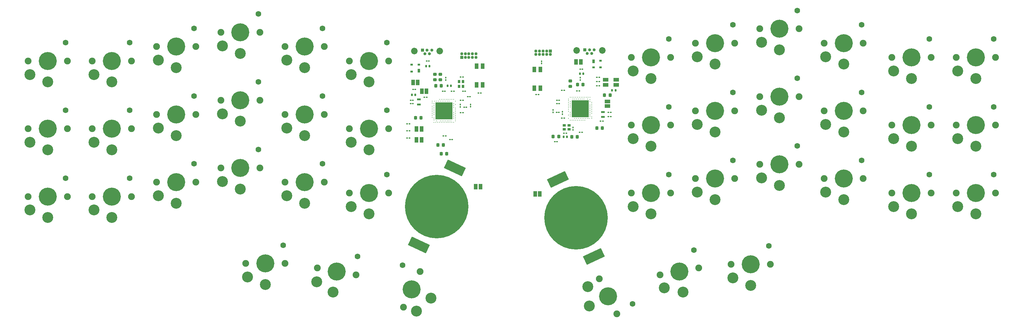
<source format=gbr>
%TF.GenerationSoftware,KiCad,Pcbnew,(6.0.9)*%
%TF.CreationDate,2023-05-23T13:43:03-07:00*%
%TF.ProjectId,Keycad_fun,4b657963-6164-45f6-9675-6e2e6b696361,rev?*%
%TF.SameCoordinates,Original*%
%TF.FileFunction,Soldermask,Top*%
%TF.FilePolarity,Negative*%
%FSLAX46Y46*%
G04 Gerber Fmt 4.6, Leading zero omitted, Abs format (unit mm)*
G04 Created by KiCad (PCBNEW (6.0.9)) date 2023-05-23 13:43:03*
%MOMM*%
%LPD*%
G01*
G04 APERTURE LIST*
G04 Aperture macros list*
%AMRoundRect*
0 Rectangle with rounded corners*
0 $1 Rounding radius*
0 $2 $3 $4 $5 $6 $7 $8 $9 X,Y pos of 4 corners*
0 Add a 4 corners polygon primitive as box body*
4,1,4,$2,$3,$4,$5,$6,$7,$8,$9,$2,$3,0*
0 Add four circle primitives for the rounded corners*
1,1,$1+$1,$2,$3*
1,1,$1+$1,$4,$5*
1,1,$1+$1,$6,$7*
1,1,$1+$1,$8,$9*
0 Add four rect primitives between the rounded corners*
20,1,$1+$1,$2,$3,$4,$5,0*
20,1,$1+$1,$4,$5,$6,$7,0*
20,1,$1+$1,$6,$7,$8,$9,0*
20,1,$1+$1,$8,$9,$2,$3,0*%
%AMRotRect*
0 Rectangle, with rotation*
0 The origin of the aperture is its center*
0 $1 length*
0 $2 width*
0 $3 Rotation angle, in degrees counterclockwise*
0 Add horizontal line*
21,1,$1,$2,0,0,$3*%
G04 Aperture macros list end*
%ADD10RotRect,2.600000X5.560000X65.000000*%
%ADD11C,17.800000*%
%ADD12RotRect,2.600000X5.560000X295.000000*%
%ADD13RoundRect,0.225000X0.250000X-0.225000X0.250000X0.225000X-0.250000X0.225000X-0.250000X-0.225000X0*%
%ADD14RoundRect,0.100000X-0.130000X-0.100000X0.130000X-0.100000X0.130000X0.100000X-0.130000X0.100000X0*%
%ADD15RoundRect,0.100000X0.130000X0.100000X-0.130000X0.100000X-0.130000X-0.100000X0.130000X-0.100000X0*%
%ADD16RoundRect,0.225000X0.225000X0.250000X-0.225000X0.250000X-0.225000X-0.250000X0.225000X-0.250000X0*%
%ADD17RoundRect,0.140000X0.140000X0.170000X-0.140000X0.170000X-0.140000X-0.170000X0.140000X-0.170000X0*%
%ADD18RoundRect,0.100000X0.100000X-0.130000X0.100000X0.130000X-0.100000X0.130000X-0.100000X-0.130000X0*%
%ADD19RoundRect,0.140000X-0.140000X-0.170000X0.140000X-0.170000X0.140000X0.170000X-0.140000X0.170000X0*%
%ADD20RoundRect,0.225000X-0.225000X-0.250000X0.225000X-0.250000X0.225000X0.250000X-0.225000X0.250000X0*%
%ADD21RoundRect,0.100000X-0.100000X0.130000X-0.100000X-0.130000X0.100000X-0.130000X0.100000X0.130000X0*%
%ADD22R,0.700000X1.000000*%
%ADD23R,0.700000X0.600000*%
%ADD24R,0.850000X0.850000*%
%ADD25O,0.850000X0.850000*%
%ADD26R,0.840000X0.840000*%
%ADD27C,0.840000*%
%ADD28C,1.850000*%
%ADD29R,1.000000X1.500000*%
%ADD30R,1.500000X1.000000*%
%ADD31RoundRect,0.218750X0.218750X0.256250X-0.218750X0.256250X-0.218750X-0.256250X0.218750X-0.256250X0*%
%ADD32RoundRect,0.147500X0.147500X0.172500X-0.147500X0.172500X-0.147500X-0.172500X0.147500X-0.172500X0*%
%ADD33RoundRect,0.218750X-0.218750X-0.256250X0.218750X-0.256250X0.218750X0.256250X-0.218750X0.256250X0*%
%ADD34RoundRect,0.147500X-0.147500X-0.172500X0.147500X-0.172500X0.147500X0.172500X-0.147500X0.172500X0*%
%ADD35R,1.100000X1.500000*%
%ADD36R,1.500000X1.100000*%
%ADD37C,1.900000*%
%ADD38C,1.600000*%
%ADD39C,3.050000*%
%ADD40C,5.050000*%
%ADD41R,1.000000X1.550000*%
%ADD42C,0.250000*%
%ADD43R,4.850000X4.850000*%
%ADD44R,0.800000X0.900000*%
%ADD45R,1.100000X0.600000*%
%ADD46R,0.900000X0.800000*%
G04 APERTURE END LIST*
D10*
%TO.C,BT1*%
X154968730Y-110589594D03*
X165031270Y-89010406D03*
D11*
X160000000Y-99800000D03*
%TD*%
D12*
%TO.C,BT2*%
X204031270Y-113789594D03*
X193968730Y-92210406D03*
D11*
X199000000Y-103000000D03*
%TD*%
D13*
%TO.C,C0*%
X159500000Y-64275000D03*
X159500000Y-62725000D03*
%TD*%
D14*
%TO.C,C1*%
X164180000Y-67500000D03*
X164820000Y-67500000D03*
%TD*%
D15*
%TO.C,C2*%
X164320000Y-81000000D03*
X163680000Y-81000000D03*
%TD*%
D14*
%TO.C,C3*%
X161860000Y-80000000D03*
X162500000Y-80000000D03*
%TD*%
D16*
%TO.C,C4*%
X155600000Y-74900000D03*
X154050000Y-74900000D03*
%TD*%
D17*
%TO.C,C5*%
X154000000Y-68500000D03*
X153040000Y-68500000D03*
%TD*%
D14*
%TO.C,C6*%
X156560000Y-69170000D03*
X157200000Y-69170000D03*
%TD*%
D15*
%TO.C,C7*%
X167320000Y-73500000D03*
X166680000Y-73500000D03*
%TD*%
D14*
%TO.C,C8*%
X161680000Y-67500000D03*
X162320000Y-67500000D03*
%TD*%
D15*
%TO.C,C9*%
X167320000Y-70000000D03*
X166680000Y-70000000D03*
%TD*%
D16*
%TO.C,C10*%
X162775000Y-85000000D03*
X161225000Y-85000000D03*
%TD*%
D13*
%TO.C,C11*%
X161000000Y-64275000D03*
X161000000Y-62725000D03*
%TD*%
D18*
%TO.C,C12*%
X162500000Y-64320000D03*
X162500000Y-63680000D03*
%TD*%
D14*
%TO.C,C13*%
X152680000Y-70000000D03*
X153320000Y-70000000D03*
%TD*%
%TO.C,C14*%
X152680000Y-71000000D03*
X153320000Y-71000000D03*
%TD*%
D18*
%TO.C,C15*%
X169500000Y-71820000D03*
X169500000Y-71180000D03*
%TD*%
%TO.C,C16*%
X166560000Y-71870000D03*
X166560000Y-71230000D03*
%TD*%
D14*
%TO.C,C17*%
X171680000Y-68000000D03*
X172320000Y-68000000D03*
%TD*%
%TO.C,C18*%
X167335000Y-67500000D03*
X167975000Y-67500000D03*
%TD*%
%TO.C,C19*%
X166680000Y-63500000D03*
X167320000Y-63500000D03*
%TD*%
D19*
%TO.C,C20*%
X157020000Y-60500000D03*
X157980000Y-60500000D03*
%TD*%
D14*
%TO.C,C21*%
X157180000Y-59000000D03*
X157820000Y-59000000D03*
%TD*%
D20*
%TO.C,C22*%
X204825000Y-77800000D03*
X206375000Y-77800000D03*
%TD*%
D15*
%TO.C,C23*%
X194320000Y-70000000D03*
X193680000Y-70000000D03*
%TD*%
%TO.C,C24*%
X195720000Y-67200000D03*
X195080000Y-67200000D03*
%TD*%
%TO.C,C25*%
X199920000Y-67400000D03*
X199280000Y-67400000D03*
%TD*%
D13*
%TO.C,C26*%
X197400000Y-66175000D03*
X197400000Y-64625000D03*
%TD*%
D19*
%TO.C,C27*%
X209120000Y-67200000D03*
X210080000Y-67200000D03*
%TD*%
D15*
%TO.C,C28*%
X206520000Y-75900000D03*
X205880000Y-75900000D03*
%TD*%
D14*
%TO.C,C29*%
X193680000Y-71000000D03*
X194320000Y-71000000D03*
%TD*%
D15*
%TO.C,C30*%
X200720000Y-79000000D03*
X200080000Y-79000000D03*
%TD*%
D14*
%TO.C,C31*%
X195080000Y-75000000D03*
X195720000Y-75000000D03*
%TD*%
D16*
%TO.C,C32*%
X200975000Y-65600000D03*
X199425000Y-65600000D03*
%TD*%
D20*
%TO.C,C33*%
X192625000Y-80200000D03*
X194175000Y-80200000D03*
%TD*%
D14*
%TO.C,C34*%
X193080000Y-81600000D03*
X193720000Y-81600000D03*
%TD*%
D15*
%TO.C,C35*%
X208720000Y-74600000D03*
X208080000Y-74600000D03*
%TD*%
%TO.C,C36*%
X208720000Y-73400000D03*
X208080000Y-73400000D03*
%TD*%
D18*
%TO.C,C37*%
X192600000Y-73420000D03*
X192600000Y-72780000D03*
%TD*%
D21*
%TO.C,C38*%
X195180000Y-73265000D03*
X195180000Y-73905000D03*
%TD*%
D15*
%TO.C,C39*%
X188520000Y-68400000D03*
X187880000Y-68400000D03*
%TD*%
D14*
%TO.C,C40*%
X195680000Y-79300000D03*
X196320000Y-79300000D03*
%TD*%
D21*
%TO.C,C41*%
X198200000Y-77680000D03*
X198200000Y-78320000D03*
%TD*%
D19*
%TO.C,C42*%
X200120000Y-62600000D03*
X201080000Y-62600000D03*
%TD*%
D14*
%TO.C,C43*%
X200200000Y-61300000D03*
X200840000Y-61300000D03*
%TD*%
D22*
%TO.C,D43*%
X203900000Y-59120000D03*
D23*
X203900000Y-60820000D03*
X205900000Y-60820000D03*
X205900000Y-58920000D03*
%TD*%
D22*
%TO.C,D46*%
X155000000Y-61750000D03*
D23*
X155000000Y-60050000D03*
X153000000Y-60050000D03*
X153000000Y-61950000D03*
%TD*%
D24*
%TO.C,J1*%
X167000000Y-58000000D03*
D25*
X167000000Y-57000000D03*
X168000000Y-58000000D03*
X168000000Y-57000000D03*
X169000000Y-58000000D03*
X169000000Y-57000000D03*
X170000000Y-58000000D03*
X170000000Y-57000000D03*
X171000000Y-58000000D03*
X171000000Y-57000000D03*
%TD*%
D26*
%TO.C,J2*%
X156000000Y-56000000D03*
D27*
X156650000Y-57000000D03*
X157300000Y-56000000D03*
X157950000Y-57000000D03*
X158600000Y-56000000D03*
D28*
X160875000Y-56220000D03*
X153725000Y-56220000D03*
%TD*%
D24*
%TO.C,J3*%
X191800000Y-56200000D03*
D25*
X191800000Y-57200000D03*
X190800000Y-56200000D03*
X190800000Y-57200000D03*
X189800000Y-56200000D03*
X189800000Y-57200000D03*
X188800000Y-56200000D03*
X188800000Y-57200000D03*
X187800000Y-56200000D03*
X187800000Y-57200000D03*
%TD*%
D26*
%TO.C,J4*%
X201500000Y-55880000D03*
D27*
X202150000Y-56880000D03*
X202800000Y-55880000D03*
X203450000Y-56880000D03*
X204100000Y-55880000D03*
D28*
X206375000Y-56100000D03*
X199225000Y-56100000D03*
%TD*%
D29*
%TO.C,JP1*%
X155850000Y-67500000D03*
X157150000Y-67500000D03*
%TD*%
%TO.C,JP2*%
X170950000Y-94225298D03*
X172250000Y-94225298D03*
%TD*%
%TO.C,JP3*%
X154650000Y-65000000D03*
X153350000Y-65000000D03*
%TD*%
D30*
%TO.C,JP4*%
X207800000Y-70350000D03*
X207800000Y-71650000D03*
%TD*%
D29*
%TO.C,JP5*%
X188900000Y-96300000D03*
X187600000Y-96300000D03*
%TD*%
%TO.C,JP6*%
X199050000Y-59300000D03*
X200350000Y-59300000D03*
%TD*%
D31*
%TO.C,L1*%
X161887500Y-82600000D03*
X160312500Y-82600000D03*
%TD*%
%TO.C,L2*%
X161287500Y-66000000D03*
X159712500Y-66000000D03*
%TD*%
D32*
%TO.C,L3*%
X164000000Y-66000000D03*
X163030000Y-66000000D03*
%TD*%
D15*
%TO.C,L4*%
X168320000Y-72000000D03*
X167680000Y-72000000D03*
%TD*%
D33*
%TO.C,L5*%
X207012500Y-68600000D03*
X208587500Y-68600000D03*
%TD*%
%TO.C,L6*%
X197812500Y-80300000D03*
X199387500Y-80300000D03*
%TD*%
D34*
%TO.C,L7*%
X195515000Y-80300000D03*
X196485000Y-80300000D03*
%TD*%
D14*
%TO.C,L8*%
X193580000Y-73445000D03*
X194220000Y-73445000D03*
%TD*%
D35*
%TO.C,LED1*%
X154300000Y-81100000D03*
X154300000Y-78100000D03*
X155800000Y-78100000D03*
X155800000Y-81100000D03*
%TD*%
D36*
%TO.C,LED2*%
X207300000Y-64250000D03*
X210300000Y-64250000D03*
X210300000Y-65750000D03*
X207300000Y-65750000D03*
%TD*%
D15*
%TO.C,R1*%
X154000000Y-67000000D03*
X153360000Y-67000000D03*
%TD*%
D14*
%TO.C,R2*%
X168680000Y-69000000D03*
X169320000Y-69000000D03*
%TD*%
D15*
%TO.C,R3*%
X152370000Y-76600000D03*
X151730000Y-76600000D03*
%TD*%
%TO.C,R4*%
X152370000Y-78600000D03*
X151730000Y-78600000D03*
%TD*%
%TO.C,R5*%
X152370000Y-80600000D03*
X151730000Y-80600000D03*
%TD*%
D18*
%TO.C,R6*%
X200200000Y-64320000D03*
X200200000Y-63680000D03*
%TD*%
D15*
%TO.C,R7*%
X205520000Y-66000000D03*
X204880000Y-66000000D03*
%TD*%
%TO.C,R8*%
X205520000Y-64800000D03*
X204880000Y-64800000D03*
%TD*%
%TO.C,R9*%
X205520000Y-63600000D03*
X204880000Y-63600000D03*
%TD*%
D21*
%TO.C,R10*%
X189400000Y-59080000D03*
X189400000Y-59720000D03*
%TD*%
D37*
%TO.C,SW1*%
X45500000Y-59000000D03*
D38*
X56000000Y-53850000D03*
D37*
X56500000Y-59000000D03*
D39*
X51000000Y-64900000D03*
X46000000Y-62800000D03*
D40*
X51000000Y-59000000D03*
%TD*%
D39*
%TO.C,SW2*%
X64000000Y-62800000D03*
X69000000Y-64900000D03*
D37*
X63500000Y-59000000D03*
D40*
X69000000Y-59000000D03*
D38*
X74000000Y-53850000D03*
D37*
X74500000Y-59000000D03*
%TD*%
D38*
%TO.C,SW3*%
X92000000Y-49850000D03*
D37*
X92500000Y-55000000D03*
X81500000Y-55000000D03*
D39*
X82000000Y-58800000D03*
X87000000Y-60900000D03*
D40*
X87000000Y-55000000D03*
%TD*%
D38*
%TO.C,SW4*%
X110000000Y-45850000D03*
D37*
X99500000Y-51000000D03*
X110500000Y-51000000D03*
D40*
X105000000Y-51000000D03*
D39*
X100000000Y-54800000D03*
X105000000Y-56900000D03*
%TD*%
%TO.C,SW5*%
X123000000Y-60900000D03*
D38*
X128000000Y-49850000D03*
D40*
X123000000Y-55000000D03*
D37*
X117500000Y-55000000D03*
D39*
X118000000Y-58800000D03*
D37*
X128500000Y-55000000D03*
%TD*%
%TO.C,SW6*%
X135500000Y-59000000D03*
D40*
X141000000Y-59000000D03*
D38*
X146000000Y-53850000D03*
D39*
X141000000Y-64900000D03*
D37*
X146500000Y-59000000D03*
D39*
X136000000Y-62800000D03*
%TD*%
D37*
%TO.C,SW7*%
X56500000Y-78000000D03*
X45500000Y-78000000D03*
D38*
X56000000Y-72850000D03*
D39*
X51000000Y-83900000D03*
D40*
X51000000Y-78000000D03*
D39*
X46000000Y-81800000D03*
%TD*%
D40*
%TO.C,SW8*%
X69000000Y-78000000D03*
D37*
X74500000Y-78000000D03*
D39*
X64000000Y-81800000D03*
X69000000Y-83900000D03*
D38*
X74000000Y-72850000D03*
D37*
X63500000Y-78000000D03*
%TD*%
D40*
%TO.C,SW9*%
X87000000Y-74000000D03*
D39*
X87000000Y-79900000D03*
D37*
X92500000Y-74000000D03*
D38*
X92000000Y-68850000D03*
D37*
X81500000Y-74000000D03*
D39*
X82000000Y-77800000D03*
%TD*%
D37*
%TO.C,SW10*%
X99500000Y-70000000D03*
D39*
X100000000Y-73800000D03*
D40*
X105000000Y-70000000D03*
D38*
X110000000Y-64850000D03*
D39*
X105000000Y-75900000D03*
D37*
X110500000Y-70000000D03*
%TD*%
D38*
%TO.C,SW11*%
X128000000Y-68850000D03*
D40*
X123000000Y-74000000D03*
D39*
X123000000Y-79900000D03*
D37*
X128500000Y-74000000D03*
D39*
X118000000Y-77800000D03*
D37*
X117500000Y-74000000D03*
%TD*%
%TO.C,SW12*%
X146500000Y-78000000D03*
D39*
X136000000Y-81800000D03*
D37*
X135500000Y-78000000D03*
D40*
X141000000Y-78000000D03*
D38*
X146000000Y-72850000D03*
D39*
X141000000Y-83900000D03*
%TD*%
D40*
%TO.C,SW13*%
X51000000Y-97000000D03*
D39*
X46000000Y-100800000D03*
D38*
X56000000Y-91850000D03*
D39*
X51000000Y-102900000D03*
D37*
X56500000Y-97000000D03*
X45500000Y-97000000D03*
%TD*%
D39*
%TO.C,SW14*%
X64000000Y-100800000D03*
D38*
X74000000Y-91850000D03*
D39*
X69000000Y-102900000D03*
D40*
X69000000Y-97000000D03*
D37*
X74500000Y-97000000D03*
X63500000Y-97000000D03*
%TD*%
D38*
%TO.C,SW15*%
X92000000Y-87850000D03*
D39*
X82000000Y-96800000D03*
D37*
X92500000Y-93000000D03*
D39*
X87000000Y-98900000D03*
D40*
X87000000Y-93000000D03*
D37*
X81500000Y-93000000D03*
%TD*%
D39*
%TO.C,SW16*%
X105000000Y-94900000D03*
D37*
X110500000Y-89000000D03*
X99500000Y-89000000D03*
D40*
X105000000Y-89000000D03*
D38*
X110000000Y-83850000D03*
D39*
X100000000Y-92800000D03*
%TD*%
D37*
%TO.C,SW17*%
X128500000Y-93000000D03*
D39*
X118000000Y-96800000D03*
D40*
X123000000Y-93000000D03*
D38*
X128000000Y-87850000D03*
D37*
X117500000Y-93000000D03*
D39*
X123000000Y-98900000D03*
%TD*%
%TO.C,SW18*%
X136000000Y-99800000D03*
D37*
X135500000Y-96000000D03*
X146500000Y-96000000D03*
D39*
X141000000Y-101900000D03*
D40*
X141000000Y-96000000D03*
D38*
X146000000Y-90850000D03*
%TD*%
D37*
%TO.C,SW19*%
X106500000Y-115790000D03*
X117500000Y-115790000D03*
D39*
X107000000Y-119590000D03*
D38*
X117000000Y-110640000D03*
D39*
X112000000Y-121690000D03*
D40*
X112000000Y-115790000D03*
%TD*%
%TO.C,SW20*%
X132000000Y-118000000D03*
D37*
X126583557Y-117044935D03*
X137416443Y-118955065D03*
D38*
X137818327Y-113796481D03*
D39*
X130975476Y-123810366D03*
X126416098Y-120874029D03*
%TD*%
D40*
%TO.C,SW21*%
X153000000Y-123000000D03*
D39*
X158347216Y-125493448D03*
D38*
X150445606Y-116291977D03*
D39*
X154330878Y-129137488D03*
D37*
X155324400Y-118015307D03*
X150675600Y-127984693D03*
%TD*%
D39*
%TO.C,SW22*%
X215000000Y-61800000D03*
D38*
X225000000Y-52850000D03*
D37*
X225500000Y-58000000D03*
D40*
X220000000Y-58000000D03*
D37*
X214500000Y-58000000D03*
D39*
X220000000Y-63900000D03*
%TD*%
%TO.C,SW23*%
X238000000Y-59900000D03*
X233000000Y-57800000D03*
D37*
X243500000Y-54000000D03*
X232500000Y-54000000D03*
D38*
X243000000Y-48850000D03*
D40*
X238000000Y-54000000D03*
%TD*%
D39*
%TO.C,SW24*%
X256000000Y-55900000D03*
D37*
X261500000Y-50000000D03*
X250500000Y-50000000D03*
D40*
X256000000Y-50000000D03*
D38*
X261000000Y-44850000D03*
D39*
X251000000Y-53800000D03*
%TD*%
D37*
%TO.C,SW25*%
X279500000Y-54000000D03*
X268500000Y-54000000D03*
D39*
X269000000Y-57800000D03*
D38*
X279000000Y-48850000D03*
D40*
X274000000Y-54000000D03*
D39*
X274000000Y-59900000D03*
%TD*%
D37*
%TO.C,SW26*%
X298500000Y-58000000D03*
D39*
X293000000Y-63900000D03*
X288000000Y-61800000D03*
D40*
X293000000Y-58000000D03*
D37*
X287500000Y-58000000D03*
D38*
X298000000Y-52850000D03*
%TD*%
D39*
%TO.C,SW27*%
X311000000Y-63900000D03*
D37*
X305500000Y-58000000D03*
D40*
X311000000Y-58000000D03*
D37*
X316500000Y-58000000D03*
D38*
X316000000Y-52850000D03*
D39*
X306000000Y-61800000D03*
%TD*%
%TO.C,SW28*%
X220000000Y-82900000D03*
D37*
X214500000Y-77000000D03*
D40*
X220000000Y-77000000D03*
D39*
X215000000Y-80800000D03*
D38*
X225000000Y-71850000D03*
D37*
X225500000Y-77000000D03*
%TD*%
D39*
%TO.C,SW29*%
X233000000Y-76800000D03*
D37*
X243500000Y-73000000D03*
D40*
X238000000Y-73000000D03*
D38*
X243000000Y-67850000D03*
D37*
X232500000Y-73000000D03*
D39*
X238000000Y-78900000D03*
%TD*%
D38*
%TO.C,SW30*%
X261000000Y-63850000D03*
D39*
X256000000Y-74900000D03*
D37*
X250500000Y-69000000D03*
D39*
X251000000Y-72800000D03*
D40*
X256000000Y-69000000D03*
D37*
X261500000Y-69000000D03*
%TD*%
D39*
%TO.C,SW31*%
X269000000Y-76800000D03*
D37*
X268500000Y-73000000D03*
D38*
X279000000Y-67850000D03*
D37*
X279500000Y-73000000D03*
D39*
X274000000Y-78900000D03*
D40*
X274000000Y-73000000D03*
%TD*%
%TO.C,SW32*%
X293000000Y-77000000D03*
D39*
X288000000Y-80800000D03*
D37*
X298500000Y-77000000D03*
D39*
X293000000Y-82900000D03*
D38*
X298000000Y-71850000D03*
D37*
X287500000Y-77000000D03*
%TD*%
D39*
%TO.C,SW33*%
X306000000Y-80800000D03*
D38*
X316000000Y-71850000D03*
D37*
X316500000Y-77000000D03*
X305500000Y-77000000D03*
D40*
X311000000Y-77000000D03*
D39*
X311000000Y-82900000D03*
%TD*%
D38*
%TO.C,SW34*%
X225000000Y-90850000D03*
D37*
X225500000Y-96000000D03*
D39*
X215000000Y-99800000D03*
X220000000Y-101900000D03*
D40*
X220000000Y-96000000D03*
D37*
X214500000Y-96000000D03*
%TD*%
D40*
%TO.C,SW35*%
X238000000Y-92000000D03*
D37*
X232500000Y-92000000D03*
D39*
X233000000Y-95800000D03*
X238000000Y-97900000D03*
D37*
X243500000Y-92000000D03*
D38*
X243000000Y-86850000D03*
%TD*%
D39*
%TO.C,SW36*%
X256000000Y-93900000D03*
D40*
X256000000Y-88000000D03*
D39*
X251000000Y-91800000D03*
D38*
X261000000Y-82850000D03*
D37*
X250500000Y-88000000D03*
X261500000Y-88000000D03*
%TD*%
D39*
%TO.C,SW37*%
X274000000Y-97900000D03*
D37*
X268500000Y-92000000D03*
D39*
X269000000Y-95800000D03*
D38*
X279000000Y-86850000D03*
D37*
X279500000Y-92000000D03*
D40*
X274000000Y-92000000D03*
%TD*%
D37*
%TO.C,SW38*%
X298500000Y-96000000D03*
D38*
X298000000Y-90850000D03*
D37*
X287500000Y-96000000D03*
D39*
X288000000Y-99800000D03*
X293000000Y-101900000D03*
D40*
X293000000Y-96000000D03*
%TD*%
D37*
%TO.C,SW39*%
X305500000Y-96000000D03*
D40*
X311000000Y-96000000D03*
D39*
X306000000Y-99800000D03*
X311000000Y-101900000D03*
D38*
X316000000Y-90850000D03*
D37*
X316500000Y-96000000D03*
%TD*%
D39*
%TO.C,SW40*%
X202344223Y-122270131D03*
D37*
X210496948Y-129900536D03*
D40*
X208000000Y-125000000D03*
D38*
X214858636Y-127116982D03*
D37*
X205503052Y-120099464D03*
D39*
X202743062Y-127678544D03*
%TD*%
%TO.C,SW41*%
X223735824Y-122610510D03*
D40*
X228000000Y-118000000D03*
D39*
X229024524Y-123810366D03*
D37*
X233416443Y-117044935D03*
X222583557Y-118955065D03*
D38*
X232029751Y-112059999D03*
%TD*%
D40*
%TO.C,SW42*%
X248000000Y-116000000D03*
D37*
X253500000Y-116000000D03*
D39*
X243000000Y-119800000D03*
X248000000Y-121900000D03*
D38*
X253000000Y-110850000D03*
D37*
X242500000Y-116000000D03*
%TD*%
D41*
%TO.C,SW43*%
X172850000Y-60475000D03*
X172850000Y-65725000D03*
X171150000Y-65725000D03*
X171150000Y-60475000D03*
%TD*%
%TO.C,SW44*%
X187350000Y-61375000D03*
X187350000Y-66625000D03*
X189050000Y-66625000D03*
X189050000Y-61375000D03*
%TD*%
D42*
%TO.C,U1*%
X160750000Y-69750000D03*
X161250000Y-69750000D03*
X161750000Y-69750000D03*
X162250000Y-69750000D03*
X162750000Y-69750000D03*
X163250000Y-69750000D03*
X163750000Y-69750000D03*
X164250000Y-69750000D03*
X164750000Y-69750000D03*
X165250000Y-75250000D03*
X159250000Y-75500000D03*
X160000000Y-75750000D03*
X161000000Y-75750000D03*
X161500000Y-75750000D03*
X162000000Y-75750000D03*
X162500000Y-75750000D03*
X163000000Y-75750000D03*
X163500000Y-75750000D03*
X164000000Y-75750000D03*
X165250000Y-75750000D03*
X159250000Y-76250000D03*
X159750000Y-76250000D03*
X160250000Y-76250000D03*
X160750000Y-76250000D03*
X161250000Y-76250000D03*
X161750000Y-76250000D03*
X162250000Y-76250000D03*
X162750000Y-76250000D03*
X163250000Y-76250000D03*
X163750000Y-76250000D03*
X164250000Y-76250000D03*
X164750000Y-76250000D03*
X158750000Y-70250000D03*
X159500000Y-70250000D03*
X160000000Y-70250000D03*
X160500000Y-70250000D03*
X161000000Y-70250000D03*
X161500000Y-70250000D03*
X162000000Y-70250000D03*
X162500000Y-70250000D03*
X163000000Y-70250000D03*
X163500000Y-70250000D03*
X165250000Y-70250000D03*
X158750000Y-70750000D03*
X159250000Y-71000000D03*
X164750000Y-71000000D03*
X165250000Y-71250000D03*
D43*
X162000000Y-73000000D03*
D42*
X159250000Y-71500000D03*
X164750000Y-71500000D03*
X158750000Y-71750000D03*
X159250000Y-72000000D03*
X164750000Y-72000000D03*
X158750000Y-72250000D03*
X165250000Y-72250000D03*
X159250000Y-72500000D03*
X158750000Y-72750000D03*
X165250000Y-72750000D03*
X159250000Y-73000000D03*
X158750000Y-73250000D03*
X165250000Y-73250000D03*
X159250000Y-73500000D03*
X164750000Y-73500000D03*
X158750000Y-73750000D03*
X165250000Y-73750000D03*
X159250000Y-74000000D03*
X164750000Y-74000000D03*
X158750000Y-74250000D03*
X165250000Y-74250000D03*
X164750000Y-74500000D03*
X158750000Y-74750000D03*
X165250000Y-74750000D03*
X159250000Y-75000000D03*
X164750000Y-75000000D03*
%TD*%
%TO.C,U2*%
X201450000Y-75650000D03*
X200950000Y-75650000D03*
X200450000Y-75650000D03*
X199950000Y-75650000D03*
X199450000Y-75650000D03*
X198950000Y-75650000D03*
X198450000Y-75650000D03*
X197950000Y-75650000D03*
X197450000Y-75650000D03*
X196950000Y-70150000D03*
X202950000Y-69900000D03*
X202200000Y-69650000D03*
X201200000Y-69650000D03*
X200700000Y-69650000D03*
X200200000Y-69650000D03*
X199700000Y-69650000D03*
X199200000Y-69650000D03*
X198700000Y-69650000D03*
X198200000Y-69650000D03*
X196950000Y-69650000D03*
X202950000Y-69150000D03*
X202450000Y-69150000D03*
X201950000Y-69150000D03*
X201450000Y-69150000D03*
X200950000Y-69150000D03*
X200450000Y-69150000D03*
X199950000Y-69150000D03*
X199450000Y-69150000D03*
X198950000Y-69150000D03*
X198450000Y-69150000D03*
X197950000Y-69150000D03*
X197450000Y-69150000D03*
X203450000Y-75150000D03*
X202700000Y-75150000D03*
X202200000Y-75150000D03*
X201700000Y-75150000D03*
X201200000Y-75150000D03*
X200700000Y-75150000D03*
X200200000Y-75150000D03*
X199700000Y-75150000D03*
X199200000Y-75150000D03*
X198700000Y-75150000D03*
X196950000Y-75150000D03*
X203450000Y-74650000D03*
X202950000Y-74400000D03*
X197450000Y-74400000D03*
X196950000Y-74150000D03*
D43*
X200200000Y-72400000D03*
D42*
X202950000Y-73900000D03*
X197450000Y-73900000D03*
X203450000Y-73650000D03*
X202950000Y-73400000D03*
X197450000Y-73400000D03*
X203450000Y-73150000D03*
X196950000Y-73150000D03*
X202950000Y-72900000D03*
X203450000Y-72650000D03*
X196950000Y-72650000D03*
X202950000Y-72400000D03*
X203450000Y-72150000D03*
X196950000Y-72150000D03*
X202950000Y-71900000D03*
X197450000Y-71900000D03*
X203450000Y-71650000D03*
X196950000Y-71650000D03*
X202950000Y-71400000D03*
X197450000Y-71400000D03*
X203450000Y-71150000D03*
X196950000Y-71150000D03*
X197450000Y-70900000D03*
X203450000Y-70650000D03*
X196950000Y-70650000D03*
X202950000Y-70400000D03*
X197450000Y-70400000D03*
%TD*%
D44*
%TO.C,X1*%
X167350000Y-66150000D03*
X167350000Y-64750000D03*
X166250000Y-64750000D03*
X166250000Y-66150000D03*
%TD*%
D45*
%TO.C,X2*%
X155000000Y-69800000D03*
X155000000Y-71200000D03*
%TD*%
%TO.C,X3*%
X206601000Y-74700000D03*
X206601000Y-73300000D03*
%TD*%
D46*
%TO.C,X4*%
X195700000Y-78150000D03*
X197100000Y-78150000D03*
X197100000Y-77050000D03*
X195700000Y-77050000D03*
%TD*%
M02*

</source>
